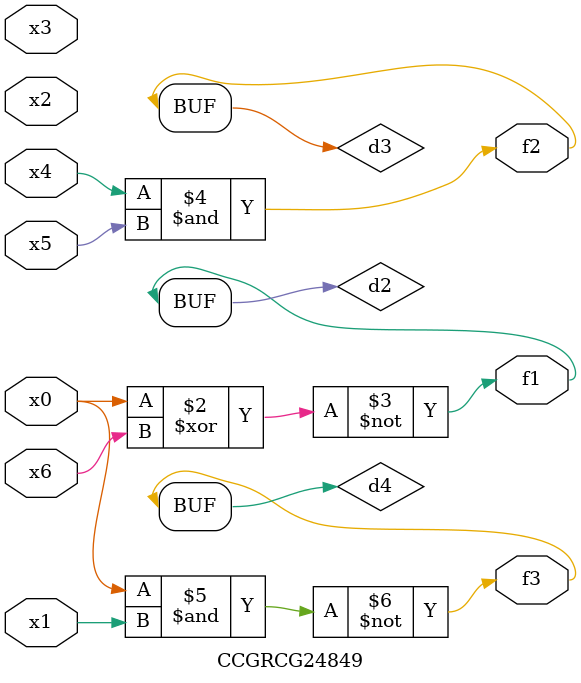
<source format=v>
module CCGRCG24849(
	input x0, x1, x2, x3, x4, x5, x6,
	output f1, f2, f3
);

	wire d1, d2, d3, d4;

	nor (d1, x0);
	xnor (d2, x0, x6);
	and (d3, x4, x5);
	nand (d4, x0, x1);
	assign f1 = d2;
	assign f2 = d3;
	assign f3 = d4;
endmodule

</source>
